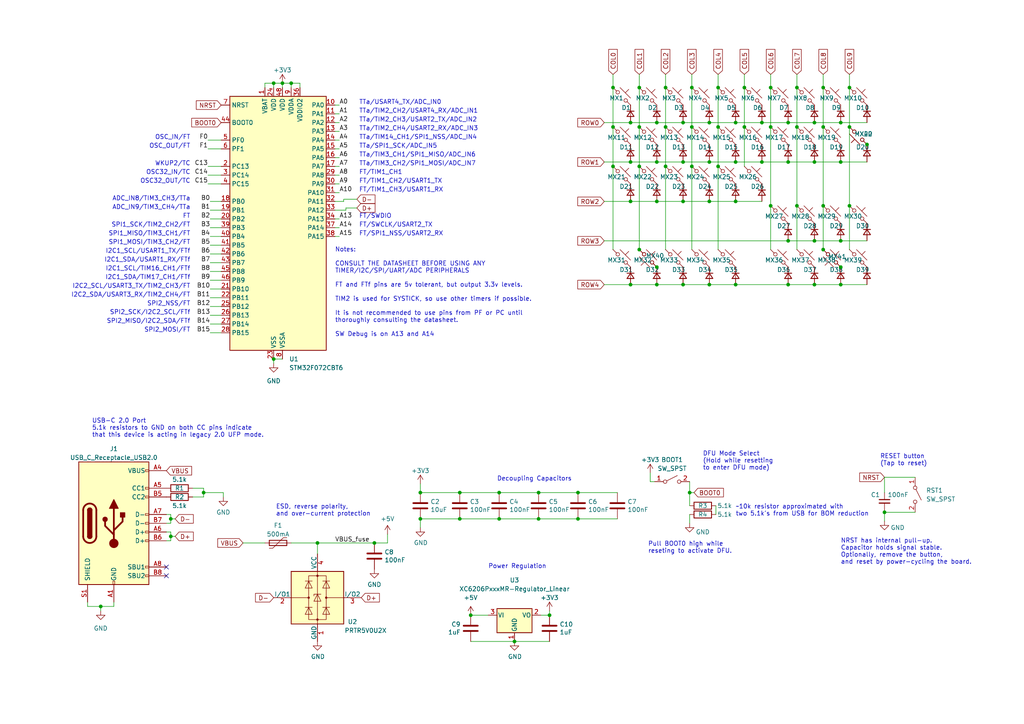
<source format=kicad_sch>
(kicad_sch (version 20250114) (generator "eeschema") (generator_version "9.0")
  (paper "A4")
  (text "SPI1_SCK/TIM2_CH2/FT" (at 55.245 66.04 0) (effects (font (size 1.27 1.27)) (justify right bottom)))
  (text "FT/TIM1_CH1" (at 104.14 50.8 0) (effects (font (size 1.27 1.27)) (justify left bottom)))
  (text "FT/TIM1_CH3/USART1_RX" (at 104.14 55.88 0) (effects (font (size 1.27 1.27)) (justify left bottom)))
  (text "SPI2_NSS/FT" (at 55.245 88.9 0) (effects (font (size 1.27 1.27)) (justify right bottom)))
  (text "Notes:\n\nCONSULT THE DATASHEET BEFORE USING ANY \nTIMER/I2C/SPI/UART/ADC PERIPHERALS\n\nFT and FTf pins are 5v tolerant, but output 3.3v levels.\n\nTIM2 is used for SYSTICK, so use other timers if possible.\n\nIt is not recommended to use pins from PF or PC until\nthoroughly consulting the datasheet.\n\nSW Debug is on A13 and A14" (at 97.155 97.79 0) (effects (font (size 1.27 1.27)) (justify left bottom)))
  (text "TTa/TIM2_CH4/USART2_RX/ADC_IN3" (at 104.14 38.1 0) (effects (font (size 1.27 1.27)) (justify left bottom)))
  (text "NRST has internal pull-up.\nCapacitor holds signal stable.\nOptionally, remove the button,\nand reset by power-cycling the board." (at 243.84 163.83 0) (effects (font (size 1.27 1.27)) (justify left bottom)))
  (text "FT/SWDIO" (at 104.14 63.5 0) (effects (font (size 1.27 1.27)) (justify left bottom)))
  (text "Decoupling Capacitors" (at 144.145 139.7 0) (effects (font (size 1.27 1.27)) (justify left bottom)))
  (text "SPI1_MOSI/TIM3_CH2/FT" (at 55.245 71.12 0) (effects (font (size 1.27 1.27)) (justify right bottom)))
  (text "ADC_IN9/TIM3_CH4/TTa" (at 55.245 60.96 0) (effects (font (size 1.27 1.27)) (justify right bottom)))
  (text "I2C2_SCL/USART3_TX/TIM2_CH3/FT" (at 55.245 83.82 0) (effects (font (size 1.27 1.27)) (justify right bottom)))
  (text "SPI2_MISO/I2C2_SDA/FTf" (at 55.245 93.98 0) (effects (font (size 1.27 1.27)) (justify right bottom)))
  (text "FT/SWCLK/USART2_TX" (at 104.14 66.04 0) (effects (font (size 1.27 1.27)) (justify left bottom)))
  (text "I2C1_SCL/TIM16_CH1/FTf" (at 55.245 78.74 0) (effects (font (size 1.27 1.27)) (justify right bottom)))
  (text "~10k resistor approximated with\ntwo 5.1k's from USB for BOM reduction" (at 213.36 149.86 0) (effects (font (size 1.27 1.27)) (justify left bottom)))
  (text "TTa/TIM2_CH2/USART4_RX/ADC_IN1" (at 104.14 33.02 0) (effects (font (size 1.27 1.27)) (justify left bottom)))
  (text "USB-C 2.0 Port\n5.1k resistors to GND on both CC pins indicate\nthat this device is acting in legacy 2.0 UFP mode." (at 26.67 127 0) (effects (font (size 1.27 1.27)) (justify left bottom)))
  (text "TTa/TIM2_CH3/USART2_TX/ADC_IN2" (at 104.14 35.56 0) (effects (font (size 1.27 1.27)) (justify left bottom)))
  (text "OSC_IN/FT" (at 55.245 40.64 0) (effects (font (size 1.27 1.27)) (justify right bottom)))
  (text "DFU Mode Select\n(Hold while resetting\nto enter DFU mode)" (at 203.835 136.525 0) (effects (font (size 1.27 1.27)) (justify left bottom)))
  (text "WKUP2/TC" (at 55.245 48.26 0) (effects (font (size 1.27 1.27)) (justify right bottom)))
  (text "I2C2_SDA/USART3_RX/TIM2_CH4/FT" (at 55.245 86.36 0) (effects (font (size 1.27 1.27)) (justify right bottom)))
  (text "ADC_IN8/TIM3_CH3/TTa" (at 55.245 58.42 0) (effects (font (size 1.27 1.27)) (justify right bottom)))
  (text "RESET button\n(Tap to reset)" (at 255.27 135.255 0) (effects (font (size 1.27 1.27)) (justify left bottom)))
  (text "Pull BOOT0 high while \nreseting to activate DFU." (at 187.96 160.655 0) (effects (font (size 1.27 1.27)) (justify left bottom)))
  (text "I2C1_SDA/TIM17_CH1/FTf" (at 55.245 81.28 0) (effects (font (size 1.27 1.27)) (justify right bottom)))
  (text "TTa/SPI1_SCK/ADC_IN5" (at 104.14 43.18 0) (effects (font (size 1.27 1.27)) (justify left bottom)))
  (text "TTa/TIM3_CH1/SPI1_MISO/ADC_IN6" (at 104.14 45.72 0) (effects (font (size 1.27 1.27)) (justify left bottom)))
  (text "TTa/TIM3_CH2/SPI1_MOSI/ADC_IN7" (at 104.14 48.26 0) (effects (font (size 1.27 1.27)) (justify left bottom)))
  (text "OSC32_OUT/TC" (at 55.245 53.34 0) (effects (font (size 1.27 1.27)) (justify right bottom)))
  (text "FT/SPI1_NSS/USART2_RX" (at 104.14 68.58 0) (effects (font (size 1.27 1.27)) (justify left bottom)))
  (text "SPI1_MISO/TIM3_CH1/FT" (at 55.245 68.58 0) (effects (font (size 1.27 1.27)) (justify right bottom)))
  (text "OSC32_IN/TC" (at 55.245 50.8 0) (effects (font (size 1.27 1.27)) (justify right bottom)))
  (text "TTa/TIM14_CH1/SPI1_NSS/ADC_IN4" (at 104.14 40.64 0) (effects (font (size 1.27 1.27)) (justify left bottom)))
  (text "I2C1_SDA/USART1_RX/FTf" (at 55.245 76.2 0) (effects (font (size 1.27 1.27)) (justify right bottom)))
  (text "SPI2_MOSI/FT" (at 55.245 96.52 0) (effects (font (size 1.27 1.27)) (justify right bottom)))
  (text "FT/TIM1_CH2/USART1_TX" (at 104.14 53.34 0) (effects (font (size 1.27 1.27)) (justify left bottom)))
  (text "Power Regulation" (at 141.605 165.1 0) (effects (font (size 1.27 1.27)) (justify left bottom)))
  (text "SPI2_SCK/I2C2_SCL/FTf" (at 55.245 91.44 0) (effects (font (size 1.27 1.27)) (justify right bottom)))
  (text "OSC_OUT/FT" (at 55.245 43.18 0) (effects (font (size 1.27 1.27)) (justify right bottom)))
  (text "ESD, reverse polarity,\nand over-current protection" (at 80.01 149.86 0) (effects (font (size 1.27 1.27)) (justify left bottom)))
  (text "FT" (at 55.245 63.5 0) (effects (font (size 1.27 1.27)) (justify right bottom)))
  (text "TTa/USART4_TX/ADC_IN0" (at 104.14 30.48 0) (effects (font (size 1.27 1.27)) (justify left bottom)))
  (text "I2C1_SCL/USART1_TX/FTf" (at 55.245 73.66 0) (effects (font (size 1.27 1.27)) (justify right bottom)))
  (junction (at 231.14 25.4))
  (junction (at 236.22 69.85))
  (junction (at 182.88 82.55))
  (junction (at 228.6 35.56))
  (junction (at 200.025 142.875))
  (junction (at 198.12 46.99))
  (junction (at 81.915 24.13))
  (junction (at 228.6 82.55))
  (junction (at 215.9 25.4))
  (junction (at 220.98 35.56))
  (junction (at 182.88 58.42))
  (junction (at 177.8 48.26))
  (junction (at 236.22 46.99))
  (junction (at 193.04 25.4))
  (junction (at 200.66 36.83))
  (junction (at 223.52 36.83))
  (junction (at 238.76 36.83))
  (junction (at 243.84 46.99))
  (junction (at 159.385 178.435))
  (junction (at 185.42 25.4))
  (junction (at 243.84 69.85))
  (junction (at 59.055 142.875))
  (junction (at 79.375 24.13))
  (junction (at 205.74 35.56))
  (junction (at 236.22 35.56))
  (junction (at 185.42 36.83))
  (junction (at 213.36 82.55))
  (junction (at 238.76 25.4))
  (junction (at 205.74 82.55))
  (junction (at 198.12 82.55))
  (junction (at 243.84 35.56))
  (junction (at 208.28 25.4))
  (junction (at 156.21 150.495))
  (junction (at 190.5 77.47))
  (junction (at 136.525 178.435))
  (junction (at 182.88 46.99))
  (junction (at 228.6 46.99))
  (junction (at 231.14 36.83))
  (junction (at 228.6 69.85))
  (junction (at 238.76 72.39))
  (junction (at 156.21 142.875))
  (junction (at 177.8 36.83))
  (junction (at 200.66 25.4))
  (junction (at 121.92 150.495))
  (junction (at 205.74 46.99))
  (junction (at 190.5 58.42))
  (junction (at 149.225 186.055) (diameter 0.9144))
  (junction (at 256.54 148.59))
  (junction (at 121.92 142.875))
  (junction (at 79.375 104.14))
  (junction (at 246.38 36.83))
  (junction (at 223.52 59.69))
  (junction (at 251.46 41.91))
  (junction (at 208.28 48.26))
  (junction (at 208.28 36.83))
  (junction (at 213.36 35.56))
  (junction (at 144.78 150.495))
  (junction (at 133.35 150.495))
  (junction (at 231.14 59.69))
  (junction (at 243.84 82.55))
  (junction (at 198.12 35.56))
  (junction (at 198.12 58.42))
  (junction (at 190.5 35.56))
  (junction (at 177.8 25.4))
  (junction (at 213.36 46.99))
  (junction (at 167.64 150.495))
  (junction (at 193.04 36.83))
  (junction (at 167.64 142.875))
  (junction (at 220.98 46.99))
  (junction (at 205.74 58.42))
  (junction (at 223.52 25.4))
  (junction (at 92.075 157.48))
  (junction (at 182.88 35.56))
  (junction (at 144.78 142.875))
  (junction (at 246.38 25.4))
  (junction (at 243.84 77.47))
  (junction (at 193.04 48.26))
  (junction (at 185.42 48.26))
  (junction (at 108.585 157.48))
  (junction (at 213.36 58.42))
  (junction (at 49.53 155.575))
  (junction (at 185.42 72.39))
  (junction (at 200.66 48.26))
  (junction (at 246.38 59.69))
  (junction (at 215.9 36.83))
  (junction (at 236.22 82.55))
  (junction (at 190.5 82.55))
  (junction (at 29.21 175.895))
  (junction (at 49.53 150.495))
  (junction (at 238.76 59.69))
  (junction (at 190.5 46.99))
  (junction (at 133.35 142.875))
  (junction (at 84.455 24.13))
  (no_connect (at 48.26 167.005))
  (no_connect (at 48.26 164.465))
  (wire (pts (xy 215.9 25.4) (xy 215.9 36.83)))
  (wire (pts (xy 246.38 21.59) (xy 246.38 25.4)))
  (wire (pts (xy 167.64 150.495) (xy 179.07 150.495)))
  (wire (pts (xy 48.26 156.845) (xy 49.53 156.845)))
  (wire (pts (xy 238.76 59.69) (xy 238.76 72.39)))
  (wire (pts (xy 60.96 76.2) (xy 64.135 76.2)))
  (wire (pts (xy 231.14 21.59) (xy 231.14 25.4)))
  (wire (pts (xy 236.22 82.55) (xy 243.84 82.55)))
  (wire (pts (xy 98.425 40.64) (xy 97.155 40.64)))
  (wire (pts (xy 200.66 48.26) (xy 200.66 72.39)))
  (wire (pts (xy 238.76 21.59) (xy 238.76 25.4)))
  (wire (pts (xy 238.76 36.83) (xy 238.76 59.69)))
  (wire (pts (xy 29.21 175.895) (xy 33.02 175.895)))
  (wire (pts (xy 60.96 60.96) (xy 64.135 60.96)))
  (wire (pts (xy 185.42 48.26) (xy 185.42 72.39)))
  (wire (pts (xy 86.995 24.13) (xy 86.995 25.4)))
  (wire (pts (xy 220.98 46.99) (xy 228.6 46.99)))
  (wire (pts (xy 246.38 36.83) (xy 246.38 59.69)))
  (wire (pts (xy 48.26 149.225) (xy 49.53 149.225)))
  (wire (pts (xy 98.425 53.34) (xy 97.155 53.34)))
  (wire (pts (xy 59.055 144.145) (xy 59.055 142.875)))
  (wire (pts (xy 144.78 150.495) (xy 133.35 150.495)))
  (wire (pts (xy 55.88 144.145) (xy 59.055 144.145)))
  (wire (pts (xy 223.52 25.4) (xy 223.52 36.83)))
  (wire (pts (xy 98.425 48.26) (xy 97.155 48.26)))
  (wire (pts (xy 49.53 150.495) (xy 49.53 151.765)))
  (wire (pts (xy 59.055 142.875) (xy 59.055 141.605)))
  (wire (pts (xy 189.865 139.7) (xy 188.595 139.7)))
  (wire (pts (xy 29.21 177.165) (xy 29.21 175.895)))
  (wire (pts (xy 182.88 46.99) (xy 190.5 46.99)))
  (wire (pts (xy 84.455 24.13) (xy 84.455 25.4)))
  (wire (pts (xy 190.5 35.56) (xy 198.12 35.56)))
  (wire (pts (xy 243.84 82.55) (xy 251.46 82.55)))
  (wire (pts (xy 193.04 36.83) (xy 193.04 48.26)))
  (wire (pts (xy 213.36 46.99) (xy 220.98 46.99)))
  (wire (pts (xy 98.425 35.56) (xy 97.155 35.56)))
  (wire (pts (xy 59.055 142.875) (xy 64.77 142.875)))
  (wire (pts (xy 144.78 142.875) (xy 133.35 142.875)))
  (wire (pts (xy 60.96 63.5) (xy 64.135 63.5)))
  (wire (pts (xy 223.52 36.83) (xy 223.52 59.69)))
  (wire (pts (xy 84.455 24.13) (xy 86.995 24.13)))
  (wire (pts (xy 200.025 142.875) (xy 201.295 142.875)))
  (wire (pts (xy 228.6 82.55) (xy 236.22 82.55)))
  (wire (pts (xy 208.28 36.83) (xy 208.28 48.26)))
  (wire (pts (xy 60.96 78.74) (xy 64.135 78.74)))
  (wire (pts (xy 79.375 24.13) (xy 79.375 25.4)))
  (wire (pts (xy 175.26 69.85) (xy 228.6 69.85)))
  (wire (pts (xy 55.88 141.605) (xy 59.055 141.605)))
  (wire (pts (xy 149.225 186.055) (xy 159.385 186.055)))
  (wire (pts (xy 200.66 25.4) (xy 200.66 36.83)))
  (wire (pts (xy 60.96 93.98) (xy 64.135 93.98)))
  (wire (pts (xy 79.375 105.41) (xy 79.375 104.14)))
  (wire (pts (xy 175.26 82.55) (xy 182.88 82.55)))
  (wire (pts (xy 182.88 58.42) (xy 190.5 58.42)))
  (wire (pts (xy 60.96 83.82) (xy 64.135 83.82)))
  (wire (pts (xy 223.52 21.59) (xy 223.52 25.4)))
  (wire (pts (xy 98.425 38.1) (xy 97.155 38.1)))
  (wire (pts (xy 256.54 151.13) (xy 256.54 148.59)))
  (wire (pts (xy 231.14 59.69) (xy 231.14 72.39)))
  (wire (pts (xy 200.66 21.59) (xy 200.66 25.4)))
  (wire (pts (xy 60.96 73.66) (xy 64.135 73.66)))
  (wire (pts (xy 136.525 178.435) (xy 141.605 178.435)))
  (wire (pts (xy 207.645 146.685) (xy 207.645 149.225)))
  (wire (pts (xy 198.12 46.99) (xy 205.74 46.99)))
  (wire (pts (xy 156.21 142.875) (xy 167.64 142.875)))
  (wire (pts (xy 98.425 63.5) (xy 97.155 63.5)))
  (wire (pts (xy 60.96 71.12) (xy 64.135 71.12)))
  (wire (pts (xy 236.22 46.99) (xy 243.84 46.99)))
  (wire (pts (xy 231.14 36.83) (xy 231.14 59.69)))
  (wire (pts (xy 228.6 46.99) (xy 236.22 46.99)))
  (wire (pts (xy 108.585 157.48) (xy 112.395 157.48)))
  (wire (pts (xy 188.595 139.7) (xy 188.595 137.16)))
  (wire (pts (xy 193.04 25.4) (xy 193.04 36.83)))
  (wire (pts (xy 100.33 60.325) (xy 100.33 60.96)))
  (wire (pts (xy 60.96 66.04) (xy 64.135 66.04)))
  (wire (pts (xy 76.835 24.13) (xy 76.835 25.4)))
  (wire (pts (xy 228.6 69.85) (xy 236.22 69.85)))
  (wire (pts (xy 228.6 35.56) (xy 236.22 35.56)))
  (wire (pts (xy 177.8 48.26) (xy 177.8 72.39)))
  (wire (pts (xy 185.42 36.83) (xy 185.42 48.26)))
  (wire (pts (xy 98.425 43.18) (xy 97.155 43.18)))
  (wire (pts (xy 60.96 91.44) (xy 64.135 91.44)))
  (wire (pts (xy 205.74 46.99) (xy 213.36 46.99)))
  (wire (pts (xy 231.14 25.4) (xy 231.14 36.83)))
  (wire (pts (xy 175.26 58.42) (xy 182.88 58.42)))
  (wire (pts (xy 256.54 138.43) (xy 265.43 138.43)))
  (wire (pts (xy 198.12 58.42) (xy 205.74 58.42)))
  (wire (pts (xy 213.36 58.42) (xy 220.98 58.42)))
  (wire (pts (xy 156.845 178.435) (xy 159.385 178.435)))
  (wire (pts (xy 175.26 46.99) (xy 182.88 46.99)))
  (wire (pts (xy 144.78 142.875) (xy 156.21 142.875)))
  (wire (pts (xy 98.425 45.72) (xy 97.155 45.72)))
  (wire (pts (xy 243.84 35.56) (xy 251.46 35.56)))
  (wire (pts (xy 193.04 48.26) (xy 193.04 72.39)))
  (wire (pts (xy 200.025 139.7) (xy 200.025 142.875)))
  (wire (pts (xy 213.36 82.55) (xy 228.6 82.55)))
  (wire (pts (xy 84.455 24.13) (xy 81.915 24.13)))
  (wire (pts (xy 60.96 58.42) (xy 64.135 58.42)))
  (wire (pts (xy 256.54 138.43) (xy 256.54 142.875)))
  (wire (pts (xy 98.425 55.88) (xy 97.155 55.88)))
  (wire (pts (xy 60.96 86.36) (xy 64.135 86.36)))
  (wire (pts (xy 220.98 35.56) (xy 228.6 35.56)))
  (wire (pts (xy 70.485 157.48) (xy 76.835 157.48)))
  (wire (pts (xy 185.42 21.59) (xy 185.42 25.4)))
  (wire (pts (xy 243.84 69.85) (xy 251.46 69.85)))
  (wire (pts (xy 100.33 60.96) (xy 97.155 60.96)))
  (wire (pts (xy 121.92 153.035) (xy 121.92 150.495)))
  (wire (pts (xy 205.74 35.56) (xy 213.36 35.56)))
  (wire (pts (xy 49.53 156.845) (xy 49.53 155.575)))
  (wire (pts (xy 60.325 48.26) (xy 64.135 48.26)))
  (wire (pts (xy 60.325 50.8) (xy 64.135 50.8)))
  (wire (pts (xy 48.26 154.305) (xy 49.53 154.305)))
  (wire (pts (xy 84.455 157.48) (xy 92.075 157.48)))
  (wire (pts (xy 79.375 104.14) (xy 81.915 104.14)))
  (wire (pts (xy 167.64 142.875) (xy 179.07 142.875)))
  (wire (pts (xy 121.92 140.335) (xy 121.92 142.875)))
  (wire (pts (xy 60.96 96.52) (xy 64.135 96.52)))
  (wire (pts (xy 256.54 148.59) (xy 256.54 147.955)))
  (wire (pts (xy 49.53 150.495) (xy 50.8 150.495)))
  (wire (pts (xy 79.375 24.13) (xy 81.915 24.13)))
  (wire (pts (xy 256.54 148.59) (xy 265.43 148.59)))
  (wire (pts (xy 205.74 82.55) (xy 213.36 82.55)))
  (wire (pts (xy 200.025 149.225) (xy 200.025 151.765)))
  (wire (pts (xy 60.325 40.64) (xy 64.135 40.64)))
  (wire (pts (xy 236.22 69.85) (xy 243.84 69.85)))
  (wire (pts (xy 198.12 82.55) (xy 205.74 82.55)))
  (wire (pts (xy 177.8 21.59) (xy 177.8 25.4)))
  (wire (pts (xy 60.96 88.9) (xy 64.135 88.9)))
  (wire (pts (xy 60.96 81.28) (xy 64.135 81.28)))
  (wire (pts (xy 246.38 25.4) (xy 246.38 36.83)))
  (wire (pts (xy 25.4 175.895) (xy 29.21 175.895)))
  (wire (pts (xy 246.38 59.69) (xy 246.38 72.39)))
  (wire (pts (xy 112.395 154.94) (xy 112.395 157.48)))
  (wire (pts (xy 208.28 25.4) (xy 208.28 36.83)))
  (wire (pts (xy 76.835 24.13) (xy 79.375 24.13)))
  (wire (pts (xy 185.42 25.4) (xy 185.42 36.83)))
  (wire (pts (xy 215.9 36.83) (xy 215.9 48.26)))
  (wire (pts (xy 60.96 68.58) (xy 64.135 68.58)))
  (wire (pts (xy 200.025 142.875) (xy 200.025 146.685)))
  (wire (pts (xy 48.26 151.765) (xy 49.53 151.765)))
  (wire (pts (xy 177.8 36.83) (xy 177.8 48.26)))
  (wire (pts (xy 213.36 35.56) (xy 220.98 35.56)))
  (wire (pts (xy 99.695 57.785) (xy 99.695 58.42)))
  (wire (pts (xy 25.4 174.625) (xy 25.4 175.895)))
  (wire (pts (xy 103.505 60.325) (xy 100.33 60.325)))
  (wire (pts (xy 238.76 25.4) (xy 238.76 36.83)))
  (wire (pts (xy 49.53 154.305) (xy 49.53 155.575)))
  (wire (pts (xy 98.425 50.8) (xy 97.155 50.8)))
  (wire (pts (xy 98.425 33.02) (xy 97.155 33.02)))
  (wire (pts (xy 243.84 46.99) (xy 251.46 46.99)))
  (wire (pts (xy 98.425 66.04) (xy 97.155 66.04)))
  (wire (pts (xy 49.53 155.575) (xy 50.8 155.575)))
  (wire (pts (xy 215.9 21.59) (xy 215.9 25.4)))
  (wire (pts (xy 133.35 150.495) (xy 121.92 150.495)))
  (wire (pts (xy 159.385 177.165) (xy 159.385 178.435)))
  (wire (pts (xy 64.77 142.875) (xy 64.77 144.145)))
  (wire (pts (xy 33.02 175.895) (xy 33.02 174.625)))
  (wire (pts (xy 190.5 58.42) (xy 198.12 58.42)))
  (wire (pts (xy 208.28 48.26) (xy 208.28 72.39)))
  (wire (pts (xy 205.74 58.42) (xy 213.36 58.42)))
  (wire (pts (xy 99.695 58.42) (xy 97.155 58.42)))
  (wire (pts (xy 92.075 157.48) (xy 92.075 160.655)))
  (wire (pts (xy 60.325 43.18) (xy 64.135 43.18)))
  (wire (pts (xy 190.5 46.99) (xy 198.12 46.99)))
  (wire (pts (xy 103.505 57.785) (xy 99.695 57.785)))
  (wire (pts (xy 175.26 35.56) (xy 182.88 35.56)))
  (wire (pts (xy 149.225 186.055) (xy 136.525 186.055)))
  (wire (pts (xy 208.28 21.59) (xy 208.28 25.4)))
  (wire (pts (xy 92.075 157.48) (xy 108.585 157.48)))
  (wire (pts (xy 193.04 21.59) (xy 193.04 25.4)))
  (wire (pts (xy 200.66 36.83) (xy 200.66 48.26)))
  (wire (pts (xy 98.425 30.48) (xy 97.155 30.48)))
  (wire (pts (xy 198.12 35.56) (xy 205.74 35.56)))
  (wire (pts (xy 177.8 25.4) (xy 177.8 36.83)))
  (wire (pts (xy 98.425 68.58) (xy 97.155 68.58)))
  (wire (pts (xy 81.915 24.13) (xy 81.915 25.4)))
  (wire (pts (xy 133.35 142.875) (xy 121.92 142.875)))
  (wire (pts (xy 223.52 59.69) (xy 223.52 72.39)))
  (wire (pts (xy 49.53 149.225) (xy 49.53 150.495)))
  (wire (pts (xy 236.22 35.56) (xy 243.84 35.56)))
  (wire (pts (xy 190.5 82.55) (xy 198.12 82.55)))
  (wire (pts (xy 182.88 35.56) (xy 190.5 35.56)))
  (wire (pts (xy 144.78 150.495) (xy 156.21 150.495)))
  (wire (pts (xy 182.88 82.55) (xy 190.5 82.55)))
  (wire (pts (xy 156.21 150.495) (xy 167.64 150.495)))
  (wire (pts (xy 60.325 53.34) (xy 64.135 53.34)))
  (label "A1" (at 98.425 33.02 0))
  (label "A3" (at 98.425 38.1 0))
  (label "A13" (at 98.425 63.5 0))
  (label "A10" (at 98.425 55.88 0))
  (label "B7" (at 60.96 76.2 180))
  (label "B13" (at 60.96 91.44 180))
  (label "A6" (at 98.425 45.72 0))
  (label "B1" (at 60.96 60.96 180))
  (label "B9" (at 60.96 81.28 180))
  (label "B5" (at 60.96 71.12 180))
  (label "B14" (at 60.96 93.98 180))
  (label "A8" (at 98.425 50.8 0))
  (label "B0" (at 60.96 58.42 180))
  (label "A9" (at 98.425 53.34 0))
  (label "VBUS_fuse" (at 97.155 157.48 0))
  (label "A2" (at 98.425 35.56 0))
  (label "B8" (at 60.96 78.74 180))
  (label "A4" (at 98.425 40.64 0))
  (label "B12" (at 60.96 88.9 180))
  (label "B4" (at 60.96 68.58 180))
  (label "C14" (at 60.325 50.8 180))
  (label "B6" (at 60.96 73.66 180))
  (label "B15" (at 60.96 96.52 180))
  (label "A14" (at 98.425 66.04 0))
  (label "B10" (at 60.96 83.82 180))
  (label "B11" (at 60.96 86.36 180))
  (label "C15" (at 60.325 53.34 180))
  (label "B3" (at 60.96 66.04 180))
  (label "A0" (at 98.425 30.48 0))
  (label "B2" (at 60.96 63.5 180))
  (label "F1" (at 60.325 43.18 180))
  (label "A5" (at 98.425 43.18 0))
  (label "A7" (at 98.425 48.26 0))
  (label "C13" (at 60.325 48.26 180))
  (label "F0" (at 60.325 40.64 180))
  (label "A15" (at 98.425 68.58 0))
  (global_label "COL5" (shape input) (at 215.9 21.59 90) (property "Intersheetrefs" "${INTERSHEET_REFS}" (effects (hide yes))))
  (global_label "COL1" (shape input) (at 185.42 21.59 90) (property "Intersheetrefs" "${INTERSHEET_REFS}" (effects (hide yes))))
  (global_label "COL9" (shape input) (at 246.38 21.59 90) (property "Intersheetrefs" "${INTERSHEET_REFS}" (effects (hide yes))))
  (global_label "COL6" (shape input) (at 223.52 21.59 90) (property "Intersheetrefs" "${INTERSHEET_REFS}" (effects (hide yes))))
  (global_label "COL2" (shape input) (at 193.04 21.59 90) (property "Intersheetrefs" "${INTERSHEET_REFS}" (effects (hide yes))))
  (global_label "ROW3" (shape input) (at 175.26 69.85 180) (property "Intersheetrefs" "${INTERSHEET_REFS}" (effects (hide yes))))
  (global_label "ROW2" (shape input) (at 175.26 58.42 180) (property "Intersheetrefs" "${INTERSHEET_REFS}" (effects (hide yes))))
  (global_label "ROW0" (shape input) (at 175.26 35.56 180) (property "Intersheetrefs" "${INTERSHEET_REFS}" (effects (hide yes))))
  (global_label "VBUS" (shape input) (at 70.485 157.48 180) (property "Intersheetrefs" "${INTERSHEET_REFS}" (effects (hide yes))))
  (global_label "COL3" (shape input) (at 200.66 21.59 90) (property "Intersheetrefs" "${INTERSHEET_REFS}" (effects (hide yes))))
  (global_label "D-" (shape input) (at 103.505 57.785 0) (property "Intersheetrefs" "${INTERSHEET_REFS}" (effects (hide yes))))
  (global_label "D-" (shape input) (at 79.375 173.355 180) (property "Intersheetrefs" "${INTERSHEET_REFS}" (effects (hide yes))))
  (global_label "COL4" (shape input) (at 208.28 21.59 90) (property "Intersheetrefs" "${INTERSHEET_REFS}" (effects (hide yes))))
  (global_label "BOOT0" (shape input) (at 64.135 35.56 180) (property "Intersheetrefs" "${INTERSHEET_REFS}" (effects (hide yes))))
  (global_label "D+" (shape input) (at 103.505 60.325 0) (property "Intersheetrefs" "${INTERSHEET_REFS}" (effects (hide yes))))
  (global_label "COL7" (shape input) (at 231.14 21.59 90) (property "Intersheetrefs" "${INTERSHEET_REFS}" (effects (hide yes))))
  (global_label "D+" (shape input) (at 104.775 173.355 0) (property "Intersheetrefs" "${INTERSHEET_REFS}" (effects (hide yes))))
  (global_label "D-" (shape input) (at 50.8 150.495 0) (property "Intersheetrefs" "${INTERSHEET_REFS}" (effects (hide yes))))
  (global_label "ROW4" (shape input) (at 175.26 82.55 180) (property "Intersheetrefs" "${INTERSHEET_REFS}" (effects (hide yes))))
  (global_label "NRST" (shape input) (at 256.54 138.43 180) (property "Intersheetrefs" "${INTERSHEET_REFS}" (effects (hide yes))))
  (global_label "NRST" (shape input) (at 64.135 30.48 180) (property "Intersheetrefs" "${INTERSHEET_REFS}" (effects (hide yes))))
  (global_label "BOOT0" (shape input) (at 201.295 142.875 0) (property "Intersheetrefs" "${INTERSHEET_REFS}" (effects (hide yes))))
  (global_label "ROW1" (shape input) (at 175.26 46.99 180) (property "Intersheetrefs" "${INTERSHEET_REFS}" (effects (hide yes))))
  (global_label "COL8" (shape input) (at 238.76 21.59 90) (property "Intersheetrefs" "${INTERSHEET_REFS}" (effects (hide yes))))
  (global_label "D+" (shape input) (at 50.8 155.575 0) (property "Intersheetrefs" "${INTERSHEET_REFS}" (effects (hide yes))))
  (global_label "COL0" (shape input) (at 177.8 21.59 90) (property "Intersheetrefs" "${INTERSHEET_REFS}" (effects (hide yes))))
  (global_label "VBUS" (shape input) (at 48.26 136.525 0) (property "Intersheetrefs" "${INTERSHEET_REFS}" (effects (hide yes))))
  (symbol (lib_id "marbastlib-mx:MX_SW_HS_CPG151101S11") (at 210.82 74.93 0) (unit 1)
    (property "Reference" "MX35" (at 209.296 75.438 0))
    (property "Value" "MX_SW_HS" (effects (hide yes)))
    (property "Footprint" "marbastlib-mx:SW_MX_HS_CPG151101S11_1u" (effects (hide yes)))
    (property "Description" "Push button switch, normally open, two pins, 45° tilted, Kailh CPG151101S11 for Cherry MX style switches" (effects (hide yes)))
  )
  (symbol (lib_id "marbastlib-mx:MX_SW_HS_CPG151101S11") (at 187.96 74.93 180) (unit 1)
    (property "Reference" "MX40" (at 189.992 74.168 0))
    (property "Value" "MX_SW_HS" (effects (hide yes)))
    (property "Footprint" "marbastlib-mx:SW_MX_HS_CPG151101S11_1u" (effects (hide yes)))
    (property "Description" "Push button switch, normally open, two pins, 45° tilted, Kailh CPG151101S11 for Cherry MX style switches" (effects (hide yes)))
  )
  (symbol (lib_id "marbastlib-mx:MX_SW_HS_CPG151101S11") (at 187.96 27.94 0) (unit 1)
    (property "Reference" "MX2" (at 186.436 28.448 0))
    (property "Value" "MX_SW_HS" (effects (hide yes)))
    (property "Footprint" "marbastlib-mx:SW_MX_HS_CPG151101S11_1u" (effects (hide yes)))
    (property "Description" "Push button switch, normally open, two pins, 45° tilted, Kailh CPG151101S11 for Cherry MX style switches" (effects (hide yes)))
  )
  (symbol (lib_id "Device:D_Small") (at 190.5 33.02 270) (unit 1)
    (property "Reference" "D2" (at 189.23 31.242 90))
    (property "Value" "D_Small" (effects (hide yes)))
    (property "Footprint" "Diode_SMD:D_SOD-123" (effects (hide yes)))
    (property "Description" "Diode, small symbol" (effects (hide yes)))
    (property "Sim.Device" "D" (effects (hide yes)))
    (property "Sim.Pins" "1=K 2=A" (effects (hide yes)))
  )
  (symbol (lib_id "Device:D_Small") (at 190.5 55.88 270) (unit 1)
    (property "Reference" "D22" (at 189.23 54.102 90))
    (property "Value" "D_Small" (effects (hide yes)))
    (property "Footprint" "Diode_SMD:D_SOD-123" (effects (hide yes)))
    (property "Description" "Diode, small symbol" (effects (hide yes)))
    (property "Sim.Device" "D" (effects (hide yes)))
    (property "Sim.Pins" "1=K 2=A" (effects (hide yes)))
  )
  (symbol (lib_id "Device:D_Small") (at 236.22 44.45 270) (unit 1)
    (property "Reference" "D18" (at 234.95 42.672 90))
    (property "Value" "D_Small" (effects (hide yes)))
    (property "Footprint" "Diode_SMD:D_SOD-123" (effects (hide yes)))
    (property "Description" "Diode, small symbol" (effects (hide yes)))
    (property "Sim.Device" "D" (effects (hide yes)))
    (property "Sim.Pins" "1=K 2=A" (effects (hide yes)))
  )
  (symbol (lib_id "marbastlib-mx:MX_SW_HS_CPG151101S11") (at 233.68 39.37 0) (unit 1)
    (property "Reference" "MX18" (at 232.156 39.878 0))
    (property "Value" "MX_SW_HS" (effects (hide yes)))
    (property "Footprint" "marbastlib-mx:SW_MX_HS_CPG151101S11_1u" (effects (hide yes)))
    (property "Description" "Push button switch, normally open, two pins, 45° tilted, Kailh CPG151101S11 for Cherry MX style switches" (effects (hide yes)))
  )
  (symbol (lib_id "Connector:USB_C_Receptacle_USB2.0") (at 33.02 151.765 0) (unit 1)
    (property "Reference" "J1" (at 33.02 130.175 0))
    (property "Value" "USB_C_Receptacle_USB2.0" (at 33.02 132.715 0))
    (property "Footprint" "Connector_USB:USB_C_Receptacle_HRO_TYPE-C-31-M-12" (effects (hide yes)))
    (property "Datasheet" "https://www.usb.org/sites/default/files/documents/usb_type-c.zip" (effects (hide yes)))
    (property "JlcRotOffset" "180" (effects (hide yes)))
    (property "JlcPosOffset" "0,1.5" (effects (hide yes)))
  )
  (symbol (lib_id "power:+3V3") (at 81.915 24.13 0) (unit 1)
    (property "Reference" "#PWR01" (effects (hide yes)))
    (property "Value" "+3V3" (at 81.915 20.32 0))
  )
  (symbol (lib_id "Device:R") (at 203.835 146.685 90) (unit 1)
    (property "Reference" "R3" (at 203.835 146.685 90))
    (property "Value" "5.1k" (at 210.185 146.685 90))
    (property "Footprint" "Resistor_SMD:R_0402_1005Metric" (effects (hide yes)))
  )
  (symbol (lib_id "Device:C") (at 108.585 161.29 0) (unit 1)
    (property "Reference" "C8" (at 111.506 160.1216 0) (effects (justify left)))
    (property "Value" "100nF" (at 111.506 162.433 0) (effects (justify left)))
    (property "Footprint" "Capacitor_SMD:C_0402_1005Metric" (effects (hide yes)))
    (property "LCSC" "C307331" (effects (hide yes)))
  )
  (symbol (lib_id "Device:D_Small") (at 198.12 33.02 270) (unit 1)
    (property "Reference" "D3" (at 196.85 31.242 90))
    (property "Value" "D_Small" (effects (hide yes)))
    (property "Footprint" "Diode_SMD:D_SOD-123" (effects (hide yes)))
    (property "Description" "Diode, small symbol" (effects (hide yes)))
    (property "Sim.Device" "D" (effects (hide yes)))
    (property "Sim.Pins" "1=K 2=A" (effects (hide yes)))
  )
  (symbol (lib_id "Device:Polyfuse") (at 80.645 157.48 90) (unit 1)
    (property "Reference" "F1" (at 80.645 152.4 90))
    (property "Value" "500mA" (at 80.645 154.94 90))
    (property "Footprint" "Fuse:Fuse_1206_3216Metric" (effects (hide yes)))
    (property "LCSC" "C135341" (effects (hide yes)))
  )
  (symbol (lib_id "marbastlib-mx:MX_SW_HS_CPG151101S11") (at 226.06 74.93 0) (unit 1)
    (property "Reference" "MX36" (at 224.536 75.438 0))
    (property "Value" "MX_SW_HS" (effects (hide yes)))
    (property "Footprint" "marbastlib-mx:SW_MX_HS_CPG151101S11_1u" (effects (hide yes)))
    (property "Description" "Push button switch, normally open, two pins, 45° tilted, Kailh CPG151101S11 for Cherry MX style switches" (effects (hide yes)))
  )
  (symbol (lib_id "power:GND") (at 79.375 105.41 0) (unit 1)
    (property "Reference" "#PWR02" (effects (hide yes)))
    (property "Value" "GND" (at 79.375 110.49 0))
  )
  (symbol (lib_id "marbastlib-mx:MX_SW_HS_CPG151101S11") (at 187.96 74.93 0) (unit 1)
    (property "Reference" "MX32" (at 186.436 75.438 0))
    (property "Value" "MX_SW_HS" (effects (hide yes)))
    (property "Footprint" "marbastlib-mx:SW_MX_HS_CPG151101S11_1u" (effects (hide yes)))
    (property "Description" "Push button switch, normally open, two pins, 45° tilted, Kailh CPG151101S11 for Cherry MX style switches" (effects (hide yes)))
  )
  (symbol (lib_id "Device:D_Small") (at 205.74 44.45 270) (unit 1)
    (property "Reference" "D14" (at 204.47 42.672 90))
    (property "Value" "D_Small" (effects (hide yes)))
    (property "Footprint" "Diode_SMD:D_SOD-123" (effects (hide yes)))
    (property "Description" "Diode, small symbol" (effects (hide yes)))
    (property "Sim.Device" "D" (effects (hide yes)))
    (property "Sim.Pins" "1=K 2=A" (effects (hide yes)))
  )
  (symbol (lib_id "Device:D_Small") (at 243.84 33.02 270) (unit 1)
    (property "Reference" "D9" (at 242.57 31.242 90))
    (property "Value" "D_Small" (effects (hide yes)))
    (property "Footprint" "Diode_SMD:D_SOD-123" (effects (hide yes)))
    (property "Description" "Diode, small symbol" (effects (hide yes)))
    (property "Sim.Device" "D" (effects (hide yes)))
    (property "Sim.Pins" "1=K 2=A" (effects (hide yes)))
  )
  (symbol (lib_id "marbastlib-mx:MX_SW_HS_CPG151101S11") (at 210.82 39.37 0) (unit 1)
    (property "Reference" "MX15" (at 209.296 39.878 0))
    (property "Value" "MX_SW_HS" (effects (hide yes)))
    (property "Footprint" "marbastlib-mx:SW_MX_HS_CPG151101S11_1u" (effects (hide yes)))
    (property "Description" "Push button switch, normally open, two pins, 45° tilted, Kailh CPG151101S11 for Cherry MX style switches" (effects (hide yes)))
  )
  (symbol (lib_id "power:GND") (at 64.77 144.145 0) (unit 1)
    (property "Reference" "#PWR05" (effects (hide yes)))
    (property "Value" "GND" (at 64.77 148.59 0))
  )
  (symbol (lib_id "Device:D_Small") (at 182.88 55.88 270) (unit 1)
    (property "Reference" "D21" (at 181.61 54.102 90))
    (property "Value" "D_Small" (effects (hide yes)))
    (property "Footprint" "Diode_SMD:D_SOD-123" (effects (hide yes)))
    (property "Description" "Diode, small symbol" (effects (hide yes)))
    (property "Sim.Device" "D" (effects (hide yes)))
    (property "Sim.Pins" "1=K 2=A" (effects (hide yes)))
  )
  (symbol (lib_id "power:GND") (at 121.92 153.035 0) (unit 1)
    (property "Reference" "#PWR08" (effects (hide yes)))
    (property "Value" "GND" (at 122.047 157.4292 0))
  )
  (symbol (lib_id "marbastlib-mx:MX_SW_HS_CPG151101S11") (at 241.3 39.37 0) (unit 1)
    (property "Reference" "MX19" (at 239.776 39.878 0))
    (property "Value" "MX_SW_HS" (effects (hide yes)))
    (property "Footprint" "marbastlib-mx:SW_MX_HS_CPG151101S11_1u" (effects (hide yes)))
    (property "Description" "Push button switch, normally open, two pins, 45° tilted, Kailh CPG151101S11 for Cherry MX style switches" (effects (hide yes)))
  )
  (symbol (lib_id "marbastlib-mx:MX_SW_HS_CPG151101S11") (at 195.58 74.93 0) (unit 1)
    (property "Reference" "MX33" (at 194.056 75.438 0))
    (property "Value" "MX_SW_HS" (effects (hide yes)))
    (property "Footprint" "marbastlib-mx:SW_MX_HS_CPG151101S11_1u" (effects (hide yes)))
    (property "Description" "Push button switch, normally open, two pins, 45° tilted, Kailh CPG151101S11 for Cherry MX style switches" (effects (hide yes)))
  )
  (symbol (lib_id "marbastlib-mx:MX_SW_HS_CPG151101S11") (at 233.68 74.93 0) (unit 1)
    (property "Reference" "MX37" (at 232.156 75.438 0))
    (property "Value" "MX_SW_HS" (effects (hide yes)))
    (property "Footprint" "marbastlib-mx:SW_MX_HS_CPG151101S11_1u" (effects (hide yes)))
    (property "Description" "Push button switch, normally open, two pins, 45° tilted, Kailh CPG151101S11 for Cherry MX style switches" (effects (hide yes)))
  )
  (symbol (lib_id "MCU_ST_STM32F0:STM32F072CBTx") (at 79.375 66.04 0) (unit 1)
    (property "Reference" "U1" (at 83.8709 104.14 0) (effects (justify left)))
    (property "Value" "STM32F072CBT6" (at 83.8709 106.68 0) (effects (justify left)))
    (property "Footprint" "Package_QFP:LQFP-48_7x7mm_P0.5mm" (effects (hide yes)))
    (property "Datasheet" "https://www.st.com/resource/en/datasheet/stm32f072cb.pdf" (effects (hide yes)))
    (property "JlcRotOffset" "90" (effects (hide yes)))
  )
  (symbol (lib_id "marbastlib-mx:MX_SW_HS_CPG151101S11") (at 226.06 27.94 0) (unit 1)
    (property "Reference" "MX7" (at 224.536 28.448 0))
    (property "Value" "MX_SW_HS" (effects (hide yes)))
    (property "Footprint" "marbastlib-mx:SW_MX_HS_CPG151101S11_1u" (effects (hide yes)))
    (property "Description" "Push button switch, normally open, two pins, 45° tilted, Kailh CPG151101S11 for Cherry MX style switches" (effects (hide yes)))
  )
  (symbol (lib_id "Device:D_Small") (at 198.12 44.45 270) (unit 1)
    (property "Reference" "D13" (at 196.85 42.672 90))
    (property "Value" "D_Small" (effects (hide yes)))
    (property "Footprint" "Diode_SMD:D_SOD-123" (effects (hide yes)))
    (property "Description" "Diode, small symbol" (effects (hide yes)))
    (property "Sim.Device" "D" (effects (hide yes)))
    (property "Sim.Pins" "1=K 2=A" (effects (hide yes)))
  )
  (symbol (lib_id "Device:D_Small") (at 220.98 55.88 270) (unit 1)
    (property "Reference" "D26" (at 219.71 54.102 90))
    (property "Value" "D_Small" (effects (hide yes)))
    (property "Footprint" "Diode_SMD:D_SOD-123" (effects (hide yes)))
    (property "Description" "Diode, small symbol" (effects (hide yes)))
    (property "Sim.Device" "D" (effects (hide yes)))
    (property "Sim.Pins" "1=K 2=A" (effects (hide yes)))
  )
  (symbol (lib_id "Device:C") (at 167.64 146.685 0) (unit 1)
    (property "Reference" "C6" (at 170.561 145.5166 0) (effects (justify left)))
    (property "Value" "100nF" (at 170.561 147.828 0) (effects (justify left)))
    (property "Footprint" "Capacitor_SMD:C_0402_1005Metric" (effects (hide yes)))
    (property "LCSC" "C307331" (effects (hide yes)))
  )
  (symbol (lib_id "marbastlib-mx:MX_SW_HS_CPG151101S11") (at 195.58 27.94 0) (unit 1)
    (property "Reference" "MX3" (at 194.056 28.448 0))
    (property "Value" "MX_SW_HS" (effects (hide yes)))
    (property "Footprint" "marbastlib-mx:SW_MX_HS_CPG151101S11_1u" (effects (hide yes)))
    (property "Description" "Push button switch, normally open, two pins, 45° tilted, Kailh CPG151101S11 for Cherry MX style switches" (effects (hide yes)))
  )
  (symbol (lib_id "marbastlib-mx:MX_SW_HS_CPG151101S11") (at 248.92 39.37 180) (unit 1)
    (property "Reference" "MX20" (at 250.444 38.862 0))
    (property "Value" "MX_SW_HS" (effects (hide yes)))
    (property "Footprint" "marbastlib-mx:SW_MX_HS_CPG151101S11_1u" (effects (hide yes)))
    (property "Description" "Push button switch, normally open, two pins, 45° tilted, Kailh CPG151101S11 for Cherry MX style switches" (effects (hide yes)))
  )
  (symbol (lib_id "marbastlib-mx:MX_SW_HS_CPG151101S11") (at 180.34 50.8 0) (unit 1)
    (property "Reference" "MX21" (at 178.816 51.308 0))
    (property "Value" "MX_SW_HS" (effects (hide yes)))
    (property "Footprint" "marbastlib-mx:SW_MX_HS_CPG151101S11_1u" (effects (hide yes)))
    (property "Description" "Push button switch, normally open, two pins, 45° tilted, Kailh CPG151101S11 for Cherry MX style switches" (effects (hide yes)))
  )
  (symbol (lib_id "Device:D_Small") (at 220.98 33.02 270) (unit 1)
    (property "Reference" "D6" (at 219.71 31.242 90))
    (property "Value" "D_Small" (effects (hide yes)))
    (property "Footprint" "Diode_SMD:D_SOD-123" (effects (hide yes)))
    (property "Description" "Diode, small symbol" (effects (hide yes)))
    (property "Sim.Device" "D" (effects (hide yes)))
    (property "Sim.Pins" "1=K 2=A" (effects (hide yes)))
  )
  (symbol (lib_id "Device:D_Small") (at 213.36 80.01 270) (unit 1)
    (property "Reference" "D35" (at 212.09 78.232 90))
    (property "Value" "D_Small" (effects (hide yes)))
    (property "Footprint" "Diode_SMD:D_SOD-123" (effects (hide yes)))
    (property "Description" "Diode, small symbol" (effects (hide yes)))
    (property "Sim.Device" "D" (effects (hide yes)))
    (property "Sim.Pins" "1=K 2=A" (effects (hide yes)))
  )
  (symbol (lib_id "Device:D_Small") (at 228.6 67.31 270) (unit 1)
    (property "Reference" "D27" (at 227.33 65.532 90))
    (property "Value" "D_Small" (effects (hide yes)))
    (property "Footprint" "Diode_SMD:D_SOD-123" (effects (hide yes)))
    (property "Description" "Diode, small symbol" (effects (hide yes)))
    (property "Sim.Device" "D" (effects (hide yes)))
    (property "Sim.Pins" "1=K 2=A" (effects (hide yes)))
  )
  (symbol (lib_id "power:+3V3") (at 121.92 140.335 0) (unit 1)
    (property "Reference" "#PWR04" (effects (hide yes)))
    (property "Value" "+3V3" (at 121.92 136.525 0))
  )
  (symbol (lib_id "Device:D_Small") (at 190.5 44.45 270) (unit 1)
    (property "Reference" "D12" (at 189.23 42.672 90))
    (property "Value" "D_Small" (effects (hide yes)))
    (property "Footprint" "Diode_SMD:D_SOD-123" (effects (hide yes)))
    (property "Description" "Diode, small symbol" (effects (hide yes)))
    (property "Sim.Device" "D" (effects (hide yes)))
    (property "Sim.Pins" "1=K 2=A" (effects (hide yes)))
  )
  (symbol (lib_id "power:GND") (at 29.21 177.165 0) (unit 1)
    (property "Reference" "#PWR011" (effects (hide yes)))
    (property "Value" "GND" (at 29.21 182.245 0))
  )
  (symbol (lib_id "Device:D_Small") (at 205.74 55.88 270) (unit 1)
    (property "Reference" "D24" (at 204.47 54.102 90))
    (property "Value" "D_Small" (effects (hide yes)))
    (property "Footprint" "Diode_SMD:D_SOD-123" (effects (hide yes)))
    (property "Description" "Diode, small symbol" (effects (hide yes)))
    (property "Sim.Device" "D" (effects (hide yes)))
    (property "Sim.Pins" "1=K 2=A" (effects (hide yes)))
  )
  (symbol (lib_id "marbastlib-mx:MX_SW_HS_CPG151101S11") (at 241.3 27.94 0) (unit 1)
    (property "Reference" "MX9" (at 239.776 28.448 0))
    (property "Value" "MX_SW_HS" (effects (hide yes)))
    (property "Footprint" "marbastlib-mx:SW_MX_HS_CPG151101S11_1u" (effects (hide yes)))
    (property "Description" "Push button switch, normally open, two pins, 45° tilted, Kailh CPG151101S11 for Cherry MX style switches" (effects (hide yes)))
  )
  (symbol (lib_id "Device:D_Small") (at 205.74 80.01 270) (unit 1)
    (property "Reference" "D34" (at 204.47 78.232 90))
    (property "Value" "D_Small" (effects (hide yes)))
    (property "Footprint" "Diode_SMD:D_SOD-123" (effects (hide yes)))
    (property "Description" "Diode, small symbol" (effects (hide yes)))
    (property "Sim.Device" "D" (effects (hide yes)))
    (property "Sim.Pins" "1=K 2=A" (effects (hide yes)))
  )
  (symbol (lib_id "Device:C") (at 159.385 182.245 0) (unit 1)
    (property "Reference" "C10" (at 162.306 181.0766 0) (effects (justify left)))
    (property "Value" "1uF" (at 162.306 183.388 0) (effects (justify left)))
    (property "Footprint" "Capacitor_SMD:C_0402_1005Metric" (effects (hide yes)))
    (property "LCSC" "C307331" (effects (hide yes)))
  )
  (symbol (lib_id "Device:D_Small") (at 251.46 44.45 270) (unit 1)
    (property "Reference" "D20" (at 250.19 42.672 90))
    (property "Value" "D_Small" (effects (hide yes)))
    (property "Footprint" "Diode_SMD:D_SOD-123" (effects (hide yes)))
    (property "Description" "Diode, small symbol" (effects (hide yes)))
    (property "Sim.Device" "D" (effects (hide yes)))
    (property "Sim.Pins" "1=K 2=A" (effects (hide yes)))
  )
  (symbol (lib_id "Device:D_Small") (at 243.84 44.45 270) (unit 1)
    (property "Reference" "D19" (at 242.57 42.672 90))
    (property "Value" "D_Small" (effects (hide yes)))
    (property "Footprint" "Diode_SMD:D_SOD-123" (effects (hide yes)))
    (property "Description" "Diode, small symbol" (effects (hide yes)))
    (property "Sim.Device" "D" (effects (hide yes)))
    (property "Sim.Pins" "1=K 2=A" (effects (hide yes)))
  )
  (symbol (lib_id "marbastlib-mx:MX_SW_HS_CPG151101S11") (at 233.68 27.94 0) (unit 1)
    (property "Reference" "MX8" (at 232.156 28.448 0))
    (property "Value" "MX_SW_HS" (effects (hide yes)))
    (property "Footprint" "marbastlib-mx:SW_MX_HS_CPG151101S11_1u" (effects (hide yes)))
    (property "Description" "Push button switch, normally open, two pins, 45° tilted, Kailh CPG151101S11 for Cherry MX style switches" (effects (hide yes)))
  )
  (symbol (lib_id "kicad-keyboard-parts:XC6206PxxxMR-Regulator_Linear") (at 149.225 178.435 0) (unit 1)
    (property "Reference" "U3" (at 149.225 168.275 0))
    (property "Value" "XC6206PxxxMR-Regulator_Linear" (at 149.225 170.815 0))
    (property "Footprint" "Package_TO_SOT_SMD:SOT-23" (effects (hide yes)))
    (property "Datasheet" "https://www.torexsemi.com/file/xc6206/XC6206.pdf" (effects (hide yes)))
    (property "LCSC" "C5446" (effects (hide yes)))
  )
  (symbol (lib_id "marbastlib-mx:MX_SW_HS_CPG151101S11") (at 203.2 74.93 0) (unit 1)
    (property "Reference" "MX34" (at 201.676 75.438 0))
    (property "Value" "MX_SW_HS" (effects (hide yes)))
    (property "Footprint" "marbastlib-mx:SW_MX_HS_CPG151101S11_1u" (effects (hide yes)))
    (property "Description" "Push button switch, normally open, two pins, 45° tilted, Kailh CPG151101S11 for Cherry MX style switches" (effects (hide yes)))
  )
  (symbol (lib_id "Device:D_Small") (at 251.46 80.01 270) (unit 1)
    (property "Reference" "D39" (at 250.19 78.232 90))
    (property "Value" "D_Small" (effects (hide yes)))
    (property "Footprint" "Diode_SMD:D_SOD-123" (effects (hide yes)))
    (property "Description" "Diode, small symbol" (effects (hide yes)))
    (property "Sim.Device" "D" (effects (hide yes)))
    (property "Sim.Pins" "1=K 2=A" (effects (hide yes)))
  )
  (symbol (lib_id "marbastlib-mx:MX_SW_HS_CPG151101S11") (at 203.2 50.8 0) (unit 1)
    (property "Reference" "MX24" (at 201.676 51.308 0))
    (property "Value" "MX_SW_HS" (effects (hide yes)))
    (property "Footprint" "marbastlib-mx:SW_MX_HS_CPG151101S11_1u" (effects (hide yes)))
    (property "Description" "Push button switch, normally open, two pins, 45° tilted, Kailh CPG151101S11 for Cherry MX style switches" (effects (hide yes)))
  )
  (symbol (lib_id "power:GND") (at 200.025 151.765 0) (unit 1)
    (property "Reference" "#PWR07" (effects (hide yes)))
    (property "Value" "GND" (at 203.835 154.305 0))
  )
  (symbol (lib_id "Device:D_Small") (at 243.84 67.31 270) (unit 1)
    (property "Reference" "D29" (at 242.57 65.532 90))
    (property "Value" "D_Small" (effects (hide yes)))
    (property "Footprint" "Diode_SMD:D_SOD-123" (effects (hide yes)))
    (property "Description" "Diode, small symbol" (effects (hide yes)))
    (property "Sim.Device" "D" (effects (hide yes)))
    (property "Sim.Pins" "1=K 2=A" (effects (hide yes)))
  )
  (symbol (lib_id "marbastlib-mx:MX_SW_HS_CPG151101S11") (at 233.68 62.23 0) (unit 1)
    (property "Reference" "MX28" (at 232.156 62.738 0))
    (property "Value" "MX_SW_HS" (effects (hide yes)))
    (property "Footprint" "marbastlib-mx:SW_MX_HS_CPG151101S11_1u" (effects (hide yes)))
    (property "Description" "Push button switch, normally open, two pins, 45° tilted, Kailh CPG151101S11 for Cherry MX style switches" (effects (hide yes)))
  )
  (symbol (lib_id "Device:D_Small") (at 228.6 33.02 270) (unit 1)
    (property "Reference" "D7" (at 227.33 31.242 90))
    (property "Value" "D_Small" (effects (hide yes)))
    (property "Footprint" "Diode_SMD:D_SOD-123" (effects (hide yes)))
    (property "Description" "Diode, small symbol" (effects (hide yes)))
    (property "Sim.Device" "D" (effects (hide yes)))
    (property "Sim.Pins" "1=K 2=A" (effects (hide yes)))
  )
  (symbol (lib_id "Device:D_Small") (at 213.36 55.88 270) (unit 1)
    (property "Reference" "D25" (at 212.09 54.102 90))
    (property "Value" "D_Small" (effects (hide yes)))
    (property "Footprint" "Diode_SMD:D_SOD-123" (effects (hide yes)))
    (property "Description" "Diode, small symbol" (effects (hide yes)))
    (property "Sim.Device" "D" (effects (hide yes)))
    (property "Sim.Pins" "1=K 2=A" (effects (hide yes)))
  )
  (symbol (lib_id "power:+3V3") (at 188.595 137.16 0) (mirror y) (unit 1)
    (property "Reference" "#PWR03" (effects (hide yes)))
    (property "Value" "+3V3" (at 188.595 133.35 0))
  )
  (symbol (lib_id "Device:D_Small") (at 190.5 80.01 270) (unit 1)
    (property "Reference" "D32" (at 189.23 78.232 90))
    (property "Value" "D_Small" (effects (hide yes)))
    (property "Footprint" "Diode_SMD:D_SOD-123" (effects (hide yes)))
    (property "Description" "Diode, small symbol" (effects (hide yes)))
    (property "Sim.Device" "D" (effects (hide yes)))
    (property "Sim.Pins" "1=K 2=A" (effects (hide yes)))
  )
  (symbol (lib_id "marbastlib-mx:MX_SW_HS_CPG151101S11") (at 248.92 39.37 180) (unit 1)
    (property "Reference" "MX42" (at 250.444 38.862 0))
    (property "Value" "MX_SW_HS" (effects (hide yes)))
    (property "Footprint" "marbastlib-mx:SW_MX_HS_CPG151101S11_1u" (effects (hide yes)))
    (property "Description" "Push button switch, normally open, two pins, 45° tilted, Kailh CPG151101S11 for Cherry MX style switches" (effects (hide yes)))
  )
  (symbol (lib_id "marbastlib-mx:MX_SW_HS_CPG151101S11") (at 203.2 39.37 0) (unit 1)
    (property "Reference" "MX14" (at 201.676 39.878 0))
    (property "Value" "MX_SW_HS" (effects (hide yes)))
    (property "Footprint" "marbastlib-mx:SW_MX_HS_CPG151101S11_1u" (effects (hide yes)))
    (property "Description" "Push button switch, normally open, two pins, 45° tilted, Kailh CPG151101S11 for Cherry MX style switches" (effects (hide yes)))
  )
  (symbol (lib_id "Device:D_Small") (at 182.88 80.01 270) (unit 1)
    (property "Reference" "D31" (at 181.61 78.232 90))
    (property "Value" "D_Small" (effects (hide yes)))
    (property "Footprint" "Diode_SMD:D_SOD-123" (effects (hide yes)))
    (property "Description" "Diode, small symbol" (effects (hide yes)))
    (property "Sim.Device" "D" (effects (hide yes)))
    (property "Sim.Pins" "1=K 2=A" (effects (hide yes)))
  )
  (symbol (lib_id "power:+3V3") (at 159.385 177.165 0) (unit 1)
    (property "Reference" "#PWR012" (effects (hide yes)))
    (property "Value" "+3V3" (at 159.385 173.355 0))
  )
  (symbol (lib_name "+5V_1") (lib_id "power:+5V") (at 112.395 154.94 0) (unit 1)
    (property "Reference" "#PWR09" (effects (hide yes)))
    (property "Value" "+5V" (at 112.395 150.495 0))
  )
  (symbol (lib_id "Device:R") (at 52.07 141.605 270) (unit 1)
    (property "Reference" "R1" (at 52.07 141.605 90))
    (property "Value" "5.1k" (at 52.07 139.065 90))
    (property "Footprint" "Resistor_SMD:R_0402_1005Metric" (effects (hide yes)))
  )
  (symbol (lib_id "marbastlib-mx:MX_SW_HS_CPG151101S11") (at 218.44 50.8 0) (unit 1)
    (property "Reference" "MX26" (at 216.916 51.308 0))
    (property "Value" "MX_SW_HS" (effects (hide yes)))
    (property "Footprint" "marbastlib-mx:SW_MX_HS_CPG151101S11_1u" (effects (hide yes)))
    (property "Description" "Push button switch, normally open, two pins, 45° tilted, Kailh CPG151101S11 for Cherry MX style switches" (effects (hide yes)))
  )
  (symbol (lib_id "Device:D_Small") (at 236.22 33.02 270) (unit 1)
    (property "Reference" "D8" (at 234.95 31.242 90))
    (property "Value" "D_Small" (effects (hide yes)))
    (property "Footprint" "Diode_SMD:D_SOD-123" (effects (hide yes)))
    (property "Description" "Diode, small symbol" (effects (hide yes)))
    (property "Sim.Device" "D" (effects (hide yes)))
    (property "Sim.Pins" "1=K 2=A" (effects (hide yes)))
  )
  (symbol (lib_id "marbastlib-mx:MX_SW_HS_CPG151101S11") (at 248.92 62.23 0) (unit 1)
    (property "Reference" "MX30" (at 247.396 62.738 0))
    (property "Value" "MX_SW_HS" (effects (hide yes)))
    (property "Footprint" "marbastlib-mx:SW_MX_HS_CPG151101S11_1u" (effects (hide yes)))
    (property "Description" "Push button switch, normally open, two pins, 45° tilted, Kailh CPG151101S11 for Cherry MX style switches" (effects (hide yes)))
  )
  (symbol (lib_id "Device:D_Small") (at 213.36 44.45 270) (unit 1)
    (property "Reference" "D15" (at 212.09 42.672 90))
    (property "Value" "D_Small" (effects (hide yes)))
    (property "Footprint" "Diode_SMD:D_SOD-123" (effects (hide yes)))
    (property "Description" "Diode, small symbol" (effects (hide yes)))
    (property "Sim.Device" "D" (effects (hide yes)))
    (property "Sim.Pins" "1=K 2=A" (effects (hide yes)))
  )
  (symbol (lib_id "power:GND") (at 108.585 165.1 0) (unit 1)
    (property "Reference" "#PWR010" (effects (hide yes)))
    (property "Value" "GND" (at 108.585 169.545 0))
  )
  (symbol (lib_id "power:GND") (at 149.225 186.055 0) (unit 1)
    (property "Reference" "#PWR015" (effects (hide yes)))
    (property "Value" "GND" (at 149.352 190.4492 0))
  )
  (symbol (lib_id "Device:D_Small") (at 205.74 33.02 270) (unit 1)
    (property "Reference" "D4" (at 204.47 31.242 90))
    (property "Value" "D_Small" (effects (hide yes)))
    (property "Footprint" "Diode_SMD:D_SOD-123" (effects (hide yes)))
    (property "Description" "Diode, small symbol" (effects (hide yes)))
    (property "Sim.Device" "D" (effects (hide yes)))
    (property "Sim.Pins" "1=K 2=A" (effects (hide yes)))
  )
  (symbol (lib_id "Device:D_Small") (at 236.22 67.31 270) (unit 1)
    (property "Reference" "D28" (at 234.95 65.532 90))
    (property "Value" "D_Small" (effects (hide yes)))
    (property "Footprint" "Diode_SMD:D_SOD-123" (effects (hide yes)))
    (property "Description" "Diode, small symbol" (effects (hide yes)))
    (property "Sim.Device" "D" (effects (hide yes)))
    (property "Sim.Pins" "1=K 2=A" (effects (hide yes)))
  )
  (symbol (lib_id "marbastlib-mx:MX_SW_HS_CPG151101S11") (at 218.44 27.94 0) (unit 1)
    (property "Reference" "MX6" (at 216.916 28.448 0))
    (property "Value" "MX_SW_HS" (effects (hide yes)))
    (property "Footprint" "marbastlib-mx:SW_MX_HS_CPG151101S11_1u" (effects (hide yes)))
    (property "Description" "Push button switch, normally open, two pins, 45° tilted, Kailh CPG151101S11 for Cherry MX style switches" (effects (hide yes)))
  )
  (symbol (lib_id "marbastlib-mx:MX_SW_HS_CPG151101S11") (at 248.92 27.94 0) (unit 1)
    (property "Reference" "MX10" (at 247.396 28.448 0))
    (property "Value" "MX_SW_HS" (effects (hide yes)))
    (property "Footprint" "marbastlib-mx:SW_MX_HS_CPG151101S11_1u" (effects (hide yes)))
    (property "Description" "Push button switch, normally open, two pins, 45° tilted, Kailh CPG151101S11 for Cherry MX style switches" (effects (hide yes)))
  )
  (symbol (lib_id "Device:D_Small") (at 213.36 33.02 270) (unit 1)
    (property "Reference" "D5" (at 212.09 31.242 90))
    (property "Value" "D_Small" (effects (hide yes)))
    (property "Footprint" "Diode_SMD:D_SOD-123" (effects (hide yes)))
    (property "Description" "Diode, small symbol" (effects (hide yes)))
    (property "Sim.Device" "D" (effects (hide yes)))
    (property "Sim.Pins" "1=K 2=A" (effects (hide yes)))
  )
  (symbol (lib_id "marbastlib-mx:MX_SW_HS_CPG151101S11") (at 241.3 62.23 0) (unit 1)
    (property "Reference" "MX29" (at 239.776 62.738 0))
    (property "Value" "MX_SW_HS" (effects (hide yes)))
    (property "Footprint" "marbastlib-mx:SW_MX_HS_CPG151101S11_1u" (effects (hide yes)))
    (property "Description" "Push button switch, normally open, two pins, 45° tilted, Kailh CPG151101S11 for Cherry MX style switches" (effects (hide yes)))
  )
  (symbol (lib_id "marbastlib-mx:MX_SW_HS_CPG151101S11") (at 210.82 27.94 0) (unit 1)
    (property "Reference" "MX5" (at 209.296 28.448 0))
    (property "Value" "MX_SW_HS" (effects (hide yes)))
    (property "Footprint" "marbastlib-mx:SW_MX_HS_CPG151101S11_1u" (effects (hide yes)))
    (property "Description" "Push button switch, normally open, two pins, 45° tilted, Kailh CPG151101S11 for Cherry MX style switches" (effects (hide yes)))
  )
  (symbol (lib_id "marbastlib-mx:MX_SW_HS_CPG151101S11") (at 187.96 50.8 0) (unit 1)
    (property "Reference" "MX22" (at 186.436 51.308 0))
    (property "Value" "MX_SW_HS" (effects (hide yes)))
    (property "Footprint" "marbastlib-mx:SW_MX_HS_CPG151101S11_1u" (effects (hide yes)))
    (property "Description" "Push button switch, normally open, two pins, 45° tilted, Kailh CPG151101S11 for Cherry MX style switches" (effects (hide yes)))
  )
  (symbol (lib_id "Device:D_Small") (at 182.88 44.45 270) (unit 1)
    (property "Reference" "D11" (at 181.61 42.672 90))
    (property "Value" "D_Small" (effects (hide yes)))
    (property "Footprint" "Diode_SMD:D_SOD-123" (effects (hide yes)))
    (property "Description" "Diode, small symbol" (effects (hide yes)))
    (property "Sim.Device" "D" (effects (hide yes)))
    (property "Sim.Pins" "1=K 2=A" (effects (hide yes)))
  )
  (symbol (lib_id "power:+5V") (at 136.525 178.435 0) (unit 1)
    (property "Reference" "#PWR013" (effects (hide yes)))
    (property "Value" "+5V" (at 136.525 173.355 0))
  )
  (symbol (lib_id "marbastlib-mx:MX_SW_HS_CPG151101S11") (at 180.34 74.93 0) (unit 1)
    (property "Reference" "MX31" (at 178.816 75.438 0))
    (property "Value" "MX_SW_HS" (effects (hide yes)))
    (property "Footprint" "marbastlib-mx:SW_MX_HS_CPG151101S11_1u" (effects (hide yes)))
    (property "Description" "Push button switch, normally open, two pins, 45° tilted, Kailh CPG151101S11 for Cherry MX style switches" (effects (hide yes)))
  )
  (symbol (lib_id "marbastlib-mx:MX_SW_HS_CPG151101S11") (at 241.3 74.93 180) (unit 1)
    (property "Reference" "MX41" (at 242.824 74.422 0))
    (property "Value" "MX_SW_HS" (effects (hide yes)))
    (property "Footprint" "marbastlib-mx:SW_MX_HS_CPG151101S11_1u" (effects (hide yes)))
    (property "Description" "Push button switch, normally open, two pins, 45° tilted, Kailh CPG151101S11 for Cherry MX style switches" (effects (hide yes)))
  )
  (symbol (lib_id "Switch:SW_SPST") (at 194.945 139.7 0) (unit 1)
    (property "Reference" "BOOT1" (at 194.945 133.35 0))
    (property "Value" "SW_SPST" (at 194.945 135.89 0))
    (property "Footprint" "Button_Switch_SMD:SW_SPST_TL3342" (effects (hide yes)))
  )
  (symbol (lib_id "marbastlib-mx:MX_SW_HS_CPG151101S11") (at 210.82 50.8 0) (unit 1)
    (property "Reference" "MX25" (at 209.296 51.308 0))
    (property "Value" "MX_SW_HS" (effects (hide yes)))
    (property "Footprint" "marbastlib-mx:SW_MX_HS_CPG151101S11_1u" (effects (hide yes)))
    (property "Description" "Push button switch, normally open, two pins, 45° tilted, Kailh CPG151101S11 for Cherry MX style switches" (effects (hide yes)))
  )
  (symbol (lib_id "Device:C") (at 144.78 146.685 0) (unit 1)
    (property "Reference" "C4" (at 147.701 145.5166 0) (effects (justify left)))
    (property "Value" "100nF" (at 147.701 147.828 0) (effects (justify left)))
    (property "Footprint" "Capacitor_SMD:C_0402_1005Metric" (effects (hide yes)))
    (property "LCSC" "C307331" (effects (hide yes)))
  )
  (symbol (lib_id "marbastlib-mx:MX_SW_HS_CPG151101S11") (at 218.44 39.37 0) (unit 1)
    (property "Reference" "MX16" (at 216.916 39.878 0))
    (property "Value" "MX_SW_HS" (effects (hide yes)))
    (property "Footprint" "marbastlib-mx:SW_MX_HS_CPG151101S11_1u" (effects (hide yes)))
    (property "Description" "Push button switch, normally open, two pins, 45° tilted, Kailh CPG151101S11 for Cherry MX style switches" (effects (hide yes)))
  )
  (symbol (lib_id "Device:D_Small") (at 251.46 33.02 270) (unit 1)
    (property "Reference" "D10" (at 250.19 31.242 90))
    (property "Value" "D_Small" (effects (hide yes)))
    (property "Footprint" "Diode_SMD:D_SOD-123" (effects (hide yes)))
    (property "Description" "Diode, small symbol" (effects (hide yes)))
    (property "Sim.Device" "D" (effects (hide yes)))
    (property "Sim.Pins" "1=K 2=A" (effects (hide yes)))
  )
  (symbol (lib_id "Device:D_Small") (at 198.12 55.88 270) (unit 1)
    (property "Reference" "D23" (at 196.85 54.102 90))
    (property "Value" "D_Small" (effects (hide yes)))
    (property "Footprint" "Diode_SMD:D_SOD-123" (effects (hide yes)))
    (property "Description" "Diode, small symbol" (effects (hide yes)))
    (property "Sim.Device" "D" (effects (hide yes)))
    (property "Sim.Pins" "1=K 2=A" (effects (hide yes)))
  )
  (symbol (lib_id "Device:D_Small") (at 236.22 80.01 270) (unit 1)
    (property "Reference" "D37" (at 234.95 78.232 90))
    (property "Value" "D_Small" (effects (hide yes)))
    (property "Footprint" "Diode_SMD:D_SOD-123" (effects (hide yes)))
    (property "Description" "Diode, small symbol" (effects (hide yes)))
    (property "Sim.Device" "D" (effects (hide yes)))
    (property "Sim.Pins" "1=K 2=A" (effects (hide yes)))
  )
  (symbol (lib_id "marbastlib-mx:MX_SW_HS_CPG151101S11") (at 226.06 39.37 0) (unit 1)
    (property "Reference" "MX17" (at 224.536 39.878 0))
    (property "Value" "MX_SW_HS" (effects (hide yes)))
    (property "Footprint" "marbastlib-mx:SW_MX_HS_CPG151101S11_1u" (effects (hide yes)))
    (property "Description" "Push button switch, normally open, two pins, 45° tilted, Kailh CPG151101S11 for Cherry MX style switches" (effects (hide yes)))
  )
  (symbol (lib_id "power:GND") (at 256.54 151.13 0) (mirror y) (unit 1)
    (property "Reference" "#PWR06" (effects (hide yes)))
    (property "Value" "GND" (at 260.35 153.035 0))
  )
  (symbol (lib_id "Device:D_Small") (at 228.6 44.45 270) (unit 1)
    (property "Reference" "D17" (at 227.33 42.672 90))
    (property "Value" "D_Small" (effects (hide yes)))
    (property "Footprint" "Diode_SMD:D_SOD-123" (effects (hide yes)))
    (property "Description" "Diode, small symbol" (effects (hide yes)))
    (property "Sim.Device" "D" (effects (hide yes)))
    (property "Sim.Pins" "1=K 2=A" (effects (hide yes)))
  )
  (symbol (lib_id "marbastlib-mx:MX_SW_HS_CPG151101S11") (at 195.58 50.8 0) (unit 1)
    (property "Reference" "MX23" (at 194.056 51.308 0))
    (property "Value" "MX_SW_HS" (effects (hide yes)))
    (property "Footprint" "marbastlib-mx:SW_MX_HS_CPG151101S11_1u" (effects (hide yes)))
    (property "Description" "Push button switch, normally open, two pins, 45° tilted, Kailh CPG151101S11 for Cherry MX style switches" (effects (hide yes)))
  )
  (symbol (lib_id "marbastlib-mx:MX_SW_HS_CPG151101S11") (at 203.2 27.94 0) (unit 1)
    (property "Reference" "MX4" (at 201.676 28.448 0))
    (property "Value" "MX_SW_HS" (effects (hide yes)))
    (property "Footprint" "marbastlib-mx:SW_MX_HS_CPG151101S11_1u" (effects (hide yes)))
    (property "Description" "Push button switch, normally open, two pins, 45° tilted, Kailh CPG151101S11 for Cherry MX style switches" (effects (hide yes)))
  )
  (symbol (lib_id "Device:C") (at 133.35 146.685 0) (unit 1)
    (property "Reference" "C3" (at 136.271 145.5166 0) (effects (justify left)))
    (property "Value" "100nF" (at 136.271 147.828 0) (effects (justify left)))
    (property "Footprint" "Capacitor_SMD:C_0402_1005Metric" (effects (hide yes)))
    (property "LCSC" "C307331" (effects (hide yes)))
  )
  (symbol (lib_id "Device:D_Small") (at 251.46 67.31 270) (unit 1)
    (property "Reference" "D30" (at 250.19 65.532 90))
    (property "Value" "D_Small" (effects (hide yes)))
    (property "Footprint" "Diode_SMD:D_SOD-123" (effects (hide yes)))
    (property "Description" "Diode, small symbol" (effects (hide yes)))
    (property "Sim.Device" "D" (effects (hide yes)))
    (property "Sim.Pins" "1=K 2=A" (effects (hide yes)))
  )
  (symbol (lib_id "marbastlib-mx:MX_SW_HS_CPG151101S11") (at 195.58 39.37 0) (unit 1)
    (property "Reference" "MX13" (at 194.056 39.878 0))
    (property "Value" "MX_SW_HS" (effects (hide yes)))
    (property "Footprint" "marbastlib-mx:SW_MX_HS_CPG151101S11_1u" (effects (hide yes)))
    (property "Description" "Push button switch, normally open, two pins, 45° tilted, Kailh CPG151101S11 for Cherry MX style switches" (effects (hide yes)))
  )
  (symbol (lib_id "Device:C") (at 156.21 146.685 0) (unit 1)
    (property "Reference" "C5" (at 159.131 145.5166 0) (effects (justify left)))
    (property "Value" "100nF" (at 159.131 147.828 0) (effects (justify left)))
    (property "Footprint" "Capacitor_SMD:C_0402_1005Metric" (effects (hide yes)))
    (property "LCSC" "C307331" (effects (hide yes)))
  )
  (symbol (lib_id "Device:D_Small") (at 228.6 80.01 270) (unit 1)
    (property "Reference" "D36" (at 227.33 78.232 90))
    (property "Value" "D_Small" (effects (hide yes)))
    (property "Footprint" "Diode_SMD:D_SOD-123" (effects (hide yes)))
    (property "Description" "Diode, small symbol" (effects (hide yes)))
    (property "Sim.Device" "D" (effects (hide yes)))
    (property "Sim.Pins" "1=K 2=A" (effects (hide yes)))
  )
  (symbol (lib_id "marbastlib-mx:MX_SW_HS_CPG151101S11") (at 226.06 62.23 0) (unit 1)
    (property "Reference" "MX27" (at 224.536 62.738 0))
    (property "Value" "MX_SW_HS" (effects (hide yes)))
    (property "Footprint" "marbastlib-mx:SW_MX_HS_CPG151101S11_1u" (effects (hide yes)))
    (property "Description" "Push button switch, normally open, two pins, 45° tilted, Kailh CPG151101S11 for Cherry MX style switches" (effects (hide yes)))
  )
  (symbol (lib_id "marbastlib-mx:MX_SW_HS_CPG151101S11") (at 180.34 39.37 0) (unit 1)
    (property "Reference" "MX11" (at 178.816 39.878 0))
    (property "Value" "MX_SW_HS" (effects (hide yes)))
    (property "Footprint" "marbastlib-mx:SW_MX_HS_CPG151101S11_1u" (effects (hide yes)))
    (property "Description" "Push button switch, normally open, two pins, 45° tilted, Kailh CPG151101S11 for Cherry MX style switches" (effects (hide yes)))
  )
  (symbol (lib_id "marbastlib-mx:MX_SW_HS_CPG151101S11") (at 241.3 74.93 0) (unit 1)
    (property "Reference" "MX38" (at 239.776 75.438 0))
    (property "Value" "MX_SW_HS" (effects (hide yes)))
    (property "Footprint" "marbastlib-mx:SW_MX_HS_CPG151101S11_1u" (effects (hide yes)))
    (property "Description" "Push button switch, normally open, two pins, 45° tilted, Kailh CPG151101S11 for Cherry MX style switches" (effects (hide yes)))
  )
  (symbol (lib_id "Device:C") (at 136.525 182.245 0) (mirror y) (unit 1)
    (property "Reference" "C9" (at 133.604 181.0766 0) (effects (justify left)))
    (property "Value" "1uF" (at 133.604 183.388 0) (effects (justify left)))
    (property "Footprint" "Capacitor_SMD:C_0402_1005Metric" (effects (hide yes)))
    (property "LCSC" "C307331" (effects (hide yes)))
  )
  (symbol (lib_id "Power_Protection:PRTR5V0U2X") (at 92.075 173.355 0) (unit 1)
    (property "Reference" "U2" (at 102.235 180.34 0))
    (property "Value" "PRTR5V0U2X" (at 106.045 182.88 0))
    (property "Footprint" "Package_TO_SOT_SMD:SOT-143" (effects (hide yes)))
    (property "Datasheet" "https://assets.nexperia.com/documents/data-sheet/PRTR5V0U2X.pdf" (effects (hide yes)))
    (property "LCSC" "C2827688" (effects (hide yes)))
    (property "JlcRotOffset" "90" (effects (hide yes)))
  )
  (symbol (lib_id "Device:C") (at 121.92 146.685 0) (unit 1)
    (property "Reference" "C2" (at 124.841 145.5166 0) (effects (justify left)))
    (property "Value" "10uF" (at 124.841 147.828 0) (effects (justify left)))
    (property "Footprint" "Capacitor_SMD:C_0603_1608Metric" (effects (hide yes)))
    (property "LCSC" "C307331" (effects (hide yes)))
  )
  (symbol (lib_id "marbastlib-mx:MX_SW_HS_CPG151101S11") (at 180.34 27.94 0) (unit 1)
    (property "Reference" "MX1" (at 178.816 28.448 0))
    (property "Value" "MX_SW_HS" (effects (hide yes)))
    (property "Footprint" "marbastlib-mx:SW_MX_HS_CPG151101S11_1u" (effects (hide yes)))
    (property "Description" "Push button switch, normally open, two pins, 45° tilted, Kailh CPG151101S11 for Cherry MX style switches" (effects (hide yes)))
  )
  (symbol (lib_id "marbastlib-mx:MX_SW_HS_CPG151101S11") (at 187.96 39.37 0) (unit 1)
    (property "Reference" "MX12" (at 186.436 39.878 0))
    (property "Value" "MX_SW_HS" (effects (hide yes)))
    (property "Footprint" "marbastlib-mx:SW_MX_HS_CPG151101S11_1u" (effects (hide yes)))
    (property "Description" "Push button switch, normally open, two pins, 45° tilted, Kailh CPG151101S11 for Cherry MX style switches" (effects (hide yes)))
  )
  (symbol (lib_id "Device:D_Small") (at 182.88 33.02 270) (unit 1)
    (property "Reference" "D1" (at 181.61 31.242 90))
    (property "Value" "D_Small" (effects (hide yes)))
    (property "Footprint" "Diode_SMD:D_SOD-123" (effects (hide yes)))
    (property "Description" "Diode, small symbol" (effects (hide yes)))
    (property "Sim.Device" "D" (effects (hide yes)))
    (property "Sim.Pins" "1=K 2=A" (effects (hide yes)))
  )
  (symbol (lib_id "power:GND") (at 92.075 186.055 0) (unit 1)
    (property "Reference" "#PWR014" (effects (hide yes)))
    (property "Value" "GND" (at 92.202 190.4492 0))
  )
  (symbol (lib_id "Device:R") (at 203.835 149.225 270) (mirror x) (unit 1)
    (property "Reference" "R4" (at 203.835 149.225 90))
    (property "Value" "5.1k" (at 210.185 149.225 90))
    (property "Footprint" "Resistor_SMD:R_0402_1005Metric" (effects (hide yes)))
  )
  (symbol (lib_id "Switch:SW_SPST") (at 265.43 143.51 270) (unit 1)
    (property "Reference" "RST1" (at 268.605 142.24 90) (effects (justify left)))
    (property "Value" "SW_SPST" (at 268.605 144.78 90) (effects (justify left)))
    (property "Footprint" "Button_Switch_SMD:SW_SPST_TL3342" (effects (hide yes)))
  )
  (symbol (lib_id "marbastlib-mx:MX_SW_HS_CPG151101S11") (at 248.92 74.93 0) (unit 1)
    (property "Reference" "MX39" (at 247.396 75.438 0))
    (property "Value" "MX_SW_HS" (effects (hide yes)))
    (property "Footprint" "marbastlib-mx:SW_MX_HS_CPG151101S11_1u" (effects (hide yes)))
    (property "Description" "Push button switch, normally open, two pins, 45° tilted, Kailh CPG151101S11 for Cherry MX style switches" (effects (hide yes)))
  )
  (symbol (lib_id "Device:C_Small") (at 256.54 145.415 0) (mirror y) (unit 1)
    (property "Reference" "C1" (at 255.27 143.51 0) (effects (justify left)))
    (property "Value" "100nF" (at 263.525 143.51 0) (effects (justify left)))
    (property "Footprint" "Capacitor_SMD:C_0402_1005Metric" (effects (hide yes)))
    (property "LCSC" "C307331" (effects (hide yes)))
  )
  (symbol (lib_id "Device:R") (at 52.07 144.145 90) (unit 1)
    (property "Reference" "R2" (at 52.07 144.145 90))
    (property "Value" "5.1k" (at 52.07 146.685 90))
    (property "Footprint" "Resistor_SMD:R_0402_1005Metric" (effects (hide yes)))
  )
  (symbol (lib_id "Device:D_Small") (at 243.84 80.01 270) (unit 1)
    (property "Reference" "D38" (at 242.57 78.232 90))
    (property "Value" "D_Small" (effects (hide yes)))
    (property "Footprint" "Diode_SMD:D_SOD-123" (effects (hide yes)))
    (property "Description" "Diode, small symbol" (effects (hide yes)))
    (property "Sim.Device" "D" (effects (hide yes)))
    (property "Sim.Pins" "1=K 2=A" (effects (hide yes)))
  )
  (symbol (lib_id "Device:C") (at 179.07 146.685 0) (unit 1)
    (property "Reference" "C7" (at 181.991 145.5166 0) (effects (justify left)))
    (property "Value" "100nF" (at 181.991 147.828 0) (effects (justify left)))
    (property "Footprint" "Capacitor_SMD:C_0402_1005Metric" (effects (hide yes)))
    (property "LCSC" "C307331" (effects (hide yes)))
  )
  (symbol (lib_id "Device:D_Small") (at 198.12 80.01 270) (unit 1)
    (property "Reference" "D33" (at 196.85 78.232 90))
    (property "Value" "D_Small" (effects (hide yes)))
    (property "Footprint" "Diode_SMD:D_SOD-123" (effects (hide yes)))
    (property "Description" "Diode, small symbol" (effects (hide yes)))
    (property "Sim.Device" "D" (effects (hide yes)))
    (property "Sim.Pins" "1=K 2=A" (effects (hide yes)))
  )
  (symbol (lib_id "Device:D_Small") (at 220.98 44.45 270) (unit 1)
    (property "Reference" "D16" (at 219.71 42.672 90))
    (property "Value" "D_Small" (effects (hide yes)))
    (property "Footprint" "Diode_SMD:D_SOD-123" (effects (hide yes)))
    (property "Description" "Diode, small symbol" (effects (hide yes)))
    (property "Sim.Device" "D" (effects (hide yes)))
    (property "Sim.Pins" "1=K 2=A" (effects (hide yes)))
  )
)
</source>
